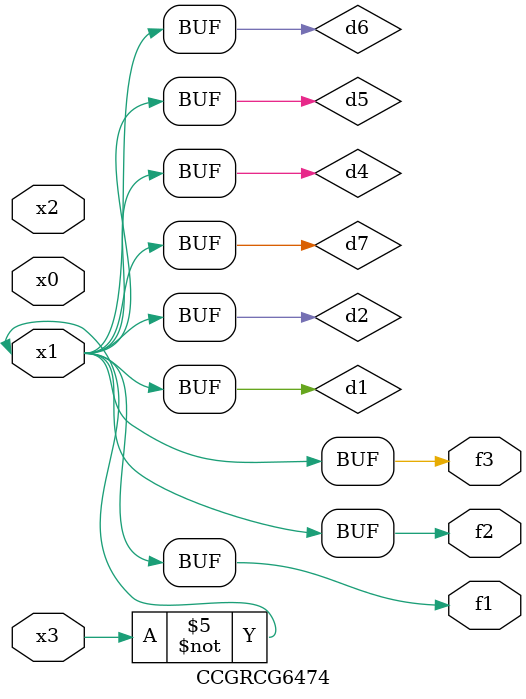
<source format=v>
module CCGRCG6474(
	input x0, x1, x2, x3,
	output f1, f2, f3
);

	wire d1, d2, d3, d4, d5, d6, d7;

	not (d1, x3);
	buf (d2, x1);
	xnor (d3, d1, d2);
	nor (d4, d1);
	buf (d5, d1, d2);
	buf (d6, d4, d5);
	nand (d7, d4);
	assign f1 = d6;
	assign f2 = d7;
	assign f3 = d6;
endmodule

</source>
